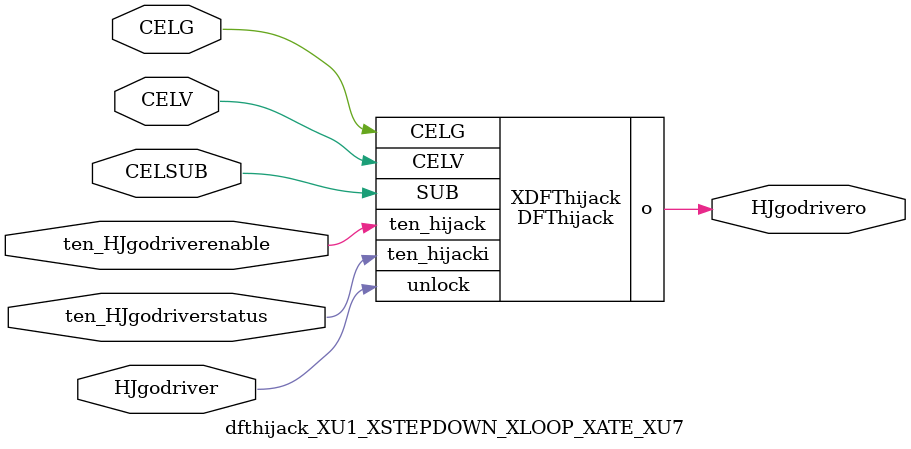
<source format=v>


module DFThijack ( o, CELG, CELV, SUB, ten_hijack, ten_hijacki, unlock );

  input CELV;
  input ten_hijack;
  input ten_hijacki;
  input unlock;
  output o;
  input SUB;
  input CELG;
endmodule


module dfthijack_XU1_XSTEPDOWN_XLOOP_XATE_XU7 (HJgodrivero,CELG,CELV,CELSUB,ten_HJgodriverenable,ten_HJgodriverstatus,HJgodriver);
output  HJgodrivero;
input  CELG;
input  CELV;
input  CELSUB;
input  ten_HJgodriverenable;
input  ten_HJgodriverstatus;
input  HJgodriver;

DFThijack XDFThijack(
  .o (HJgodrivero),
  .CELG (CELG),
  .CELV (CELV),
  .SUB (CELSUB),
  .ten_hijack (ten_HJgodriverenable),
  .ten_hijacki (ten_HJgodriverstatus),
  .unlock (HJgodriver)
);

endmodule


</source>
